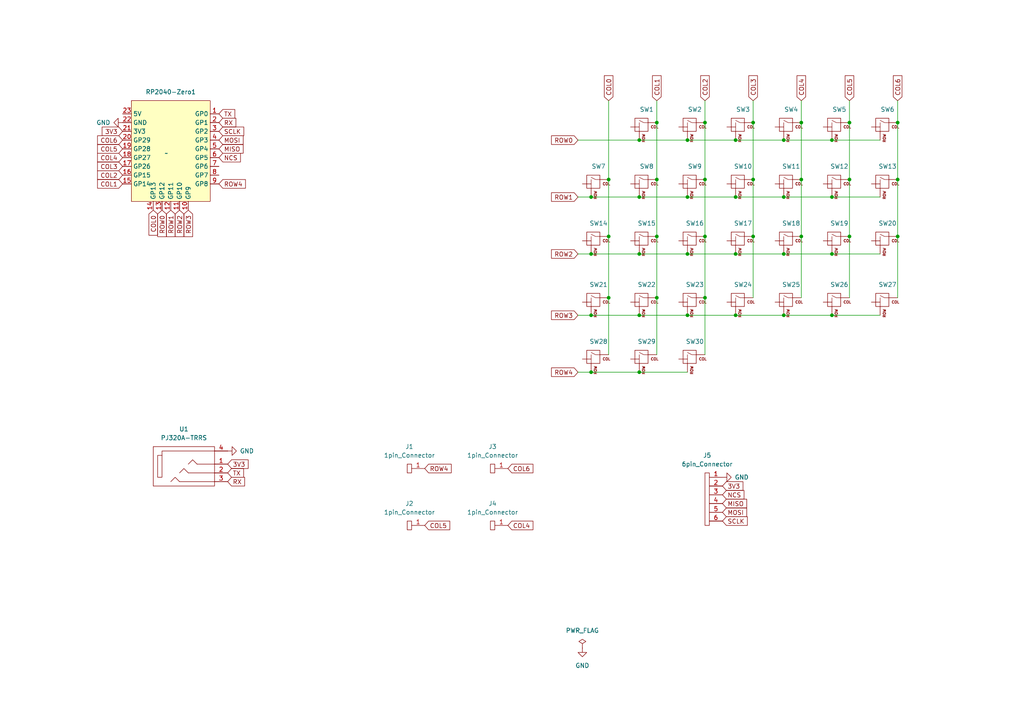
<source format=kicad_sch>
(kicad_sch (version 20230121) (generator eeschema)
  (paper "A4")
  (lib_symbols
    (symbol "horangi:1pin_Connector"
      (property "Reference" "J" (at 0 3.81 0))
      (property "Value" "1pin_Connector" (at 1.27 6.35 0))
      (symbol "1pin_Connector_0_1"
        (rectangle (start -3.81 1.27) (end -2.54 -1.27))
      )
      (symbol "1pin_Connector_1_1"
        (pin passive line (at 1.27 0 180) (length 3.81) (name "") (number "1"))
      )
    )
    (symbol "horangi:6pin_Connector"
      (property "Reference" "J" (at 0 8.89 0))
      (property "Value" "6pin_Connector" (at 1.27 11.43 0))
      (symbol "6pin_Connector_0_1"
        (rectangle (start -3.81 6.35) (end -2.54 -8.89))
      )
      (symbol "6pin_Connector_1_1"
        (pin passive line (at 1.27 5.08 180) (length 3.81) (name "") (number "1"))
        (pin passive line (at 1.27 2.54 180) (length 3.81) (name "") (number "2"))
        (pin passive line (at 1.27 0 180) (length 3.81) (name "") (number "3"))
        (pin passive line (at 1.27 -2.54 180) (length 3.81) (name "") (number "4"))
        (pin passive line (at 1.27 -5.08 180) (length 3.81) (name "") (number "5"))
        (pin passive line (at 1.27 -7.62 180) (length 3.81) (name "") (number "6"))
      )
    )
    (symbol "horangi:PJ320A-TRRS"
      (property "Reference" "U" (at 0 8.89 0))
      (property "Value" "PJ320A-TRRS" (at 0 6.35 0))
      (symbol "PJ320A-TRRS_0_1"
        (rectangle (start -6.35 2.54) (end -7.62 -3.81))
        (polyline (pts (xy 3.81 0) (xy 8.89 0)))
        (polyline (pts (xy -1.27 -5.08) (xy 8.89 -5.08) (xy 8.89 -5.08)))
        (polyline (pts (xy 1.27 -2.54) (xy 0 -1.27) (xy -1.27 -2.54)))
        (polyline (pts (xy 1.27 0) (xy 2.54 1.27) (xy 3.81 0)))
        (polyline (pts (xy 8.89 3.81) (xy -6.35 3.81) (xy -6.35 2.54)))
        (polyline (pts (xy -1.27 -5.08) (xy -2.54 -3.81) (xy -3.81 -5.08) (xy -3.81 -5.08)))
        (polyline (pts (xy 1.27 -2.54) (xy 8.89 -2.54) (xy 8.89 -2.54) (xy 8.89 -2.54)))
        (rectangle (start 8.89 -6.35) (end -8.89 5.08))
      )
      (symbol "PJ320A-TRRS_1_1"
        (pin passive line (at 12.7 0 180) (length 3.81) (name "~") (number "1"))
        (pin passive line (at 12.7 -2.54 180) (length 3.81) (name "~") (number "2"))
        (pin passive line (at 12.7 -5.08 180) (length 3.81) (name "~") (number "3"))
        (pin passive line (at 12.7 3.81 180) (length 3.81) (name "~") (number "4"))
      )
    )
    (symbol "horangi:RP2040-Zero"
      (property "Reference" "RP2040-Zero" (at 0 15.24 0))
      (symbol "RP2040-Zero_0_1"
        (rectangle (start -11.43 13.97) (end 11.43 -15.24) (fill (type background)))
      )
      (symbol "RP2040-Zero_1_1"
        (pin bidirectional line (at 13.97 10.16 180) (length 2.54) (name "GP0") (number "1"))
        (pin bidirectional line (at 5.08 -17.78 90) (length 2.54) (name "GP9") (number "10"))
        (pin bidirectional line (at 2.54 -17.78 90) (length 2.54) (name "GP10") (number "11"))
        (pin bidirectional line (at 0 -17.78 90) (length 2.54) (name "GP11") (number "12"))
        (pin bidirectional line (at -2.54 -17.78 90) (length 2.54) (name "GP12") (number "13"))
        (pin bidirectional line (at -5.08 -17.78 90) (length 2.54) (name "GP13") (number "14"))
        (pin bidirectional line (at -13.97 -10.16 0) (length 2.54) (name "GP14") (number "15"))
        (pin bidirectional line (at -13.97 -7.62 0) (length 2.54) (name "GP15") (number "16"))
        (pin bidirectional line (at -13.97 -5.08 0) (length 2.54) (name "GP26") (number "17"))
        (pin bidirectional line (at -13.97 -2.54 0) (length 2.54) (name "GP27") (number "18"))
        (pin bidirectional line (at -13.97 0 0) (length 2.54) (name "GP28") (number "19"))
        (pin bidirectional line (at 13.97 7.62 180) (length 2.54) (name "GP1") (number "2"))
        (pin bidirectional line (at -13.97 2.54 0) (length 2.54) (name "GP29") (number "20"))
        (pin power_in line (at -13.97 5.08 0) (length 2.54) (name "3V3") (number "21"))
        (pin power_in line (at -13.97 7.62 0) (length 2.54) (name "GND") (number "22"))
        (pin power_in line (at -13.97 10.16 0) (length 2.54) (name "5V") (number "23"))
        (pin bidirectional line (at 13.97 5.08 180) (length 2.54) (name "GP2") (number "3"))
        (pin bidirectional line (at 13.97 2.54 180) (length 2.54) (name "GP3") (number "4"))
        (pin bidirectional line (at 13.97 0 180) (length 2.54) (name "GP4") (number "5"))
        (pin bidirectional line (at 13.97 -2.54 180) (length 2.54) (name "GP5") (number "6"))
        (pin bidirectional line (at 13.97 -5.08 180) (length 2.54) (name "GP6") (number "7"))
        (pin bidirectional line (at 13.97 -7.62 180) (length 2.54) (name "GP7") (number "8"))
        (pin bidirectional line (at 13.97 -10.16 180) (length 2.54) (name "GP8") (number "9"))
      )
    )
    (symbol "horangi:Switch"
      (property "Reference" "SW" (at 0 3.81 0))
      (symbol "Switch_0_0"
        (rectangle (start -2.54 2.54) (end 1.27 -1.27))
        (polyline (pts (xy -1.27 -1.27) (xy -1.27 1.27)) (stroke (width 0.127)))
        (polyline (pts (xy 1.27 1.27) (xy 0 1.27) (xy -1.27 1.905)) (stroke (width 0.127)))
        (text "COL" (at 3.175 0 0) (effects (font (size 0.762 0.762))))
        (text "ROW" (at 0 -1.905 900) (effects (font (size 0.762 0.762)) (justify right)))
      )
      (symbol "Switch_1_1"
        (pin passive line (at 3.81 1.27 180) (length 2.54) (name "COL") (number "1"))
        (pin passive line (at -1.27 -3.81 90) (length 2.54) (name "ROW") (number "2"))
        (pin passive line (at -3.81 0 0) (length 2.54) (name "") (number "3"))
      )
    )
    (symbol "power:GND" (power) (pin_names (offset 0))
      (property "Value" "GND" (at 0 -3.81 0))
      (symbol "GND_0_1"
        (polyline (pts (xy 0 0) (xy 0 -1.27) (xy 1.27 -1.27) (xy 0 -2.54) (xy -1.27 -1.27) (xy 0 -1.27)))
      )
      (symbol "GND_1_1"
        (pin power_in line (at 0 0 270) (length 0) hide (name "GND") (number "1"))
      )
    )
    (symbol "power:PWR_FLAG" (power) (pin_numbers hide) (pin_names (offset 0) hide)
      (property "Value" "PWR_FLAG" (at 0 3.81 0))
      (symbol "PWR_FLAG_0_0"
        (pin power_out line (at 0 0 90) (length 0) (name "pwr") (number "1"))
      )
      (symbol "PWR_FLAG_0_1"
        (polyline (pts (xy 0 0) (xy 0 1.27) (xy -1.016 1.905) (xy 0 2.54) (xy 1.016 1.905) (xy 0 1.27)))
      )
    )
  )
  (junction (at 171.45 73.66))
  (junction (at 241.3 40.64))
  (junction (at 241.3 91.44))
  (junction (at 176.53 52.07))
  (junction (at 185.42 107.95))
  (junction (at 204.47 52.07))
  (junction (at 260.35 52.07))
  (junction (at 246.38 68.58))
  (junction (at 232.41 68.58))
  (junction (at 185.42 91.44))
  (junction (at 213.36 73.66))
  (junction (at 227.33 40.64))
  (junction (at 190.5 86.36))
  (junction (at 260.35 68.58))
  (junction (at 241.3 57.15))
  (junction (at 246.38 35.56))
  (junction (at 260.35 35.56))
  (junction (at 227.33 91.44))
  (junction (at 176.53 86.36))
  (junction (at 171.45 57.15))
  (junction (at 218.44 68.58))
  (junction (at 190.5 68.58))
  (junction (at 199.39 91.44))
  (junction (at 232.41 35.56))
  (junction (at 176.53 68.58))
  (junction (at 204.47 68.58))
  (junction (at 171.45 91.44))
  (junction (at 199.39 57.15))
  (junction (at 204.47 86.36))
  (junction (at 227.33 73.66))
  (junction (at 218.44 52.07))
  (junction (at 246.38 52.07))
  (junction (at 213.36 40.64))
  (junction (at 204.47 35.56))
  (junction (at 241.3 73.66))
  (junction (at 218.44 35.56))
  (junction (at 232.41 52.07))
  (junction (at 199.39 73.66))
  (junction (at 213.36 91.44))
  (junction (at 185.42 73.66))
  (junction (at 185.42 40.64))
  (junction (at 171.45 107.95))
  (junction (at 199.39 40.64))
  (junction (at 190.5 52.07))
  (junction (at 190.5 35.56))
  (junction (at 185.42 57.15))
  (junction (at 213.36 57.15))
  (junction (at 227.33 57.15))
  (wire (pts (xy 176.53 29.21) (xy 176.53 52.07)))
  (wire (pts (xy 204.47 68.58) (xy 204.47 86.36)))
  (wire (pts (xy 190.5 52.07) (xy 190.5 68.58)))
  (wire (pts (xy 213.36 91.44) (xy 227.33 91.44)))
  (wire (pts (xy 199.39 40.64) (xy 213.36 40.64)))
  (wire (pts (xy 260.35 52.07) (xy 260.35 35.56)))
  (wire (pts (xy 218.44 35.56) (xy 218.44 52.07)))
  (wire (pts (xy 260.35 68.58) (xy 260.35 52.07)))
  (wire (pts (xy 241.3 73.66) (xy 227.33 73.66)))
  (wire (pts (xy 218.44 52.07) (xy 218.44 68.58)))
  (wire (pts (xy 190.5 29.21) (xy 190.5 35.56)))
  (wire (pts (xy 185.42 73.66) (xy 199.39 73.66)))
  (wire (pts (xy 232.41 52.07) (xy 232.41 68.58)))
  (wire (pts (xy 260.35 68.58) (xy 260.35 86.36)))
  (wire (pts (xy 246.38 52.07) (xy 246.38 68.58)))
  (wire (pts (xy 232.41 29.21) (xy 232.41 35.56)))
  (wire (pts (xy 227.33 57.15) (xy 241.3 57.15)))
  (wire (pts (xy 218.44 29.21) (xy 218.44 35.56)))
  (wire (pts (xy 255.27 91.44) (xy 241.3 91.44)))
  (wire (pts (xy 227.33 40.64) (xy 241.3 40.64)))
  (wire (pts (xy 232.41 35.56) (xy 232.41 52.07)))
  (wire (pts (xy 167.64 91.44) (xy 171.45 91.44)))
  (wire (pts (xy 167.64 57.15) (xy 171.45 57.15)))
  (wire (pts (xy 241.3 91.44) (xy 227.33 91.44)))
  (wire (pts (xy 185.42 57.15) (xy 199.39 57.15)))
  (wire (pts (xy 171.45 57.15) (xy 185.42 57.15)))
  (wire (pts (xy 199.39 73.66) (xy 213.36 73.66)))
  (wire (pts (xy 185.42 40.64) (xy 199.39 40.64)))
  (wire (pts (xy 167.64 40.64) (xy 185.42 40.64)))
  (wire (pts (xy 232.41 86.36) (xy 232.41 68.58)))
  (wire (pts (xy 176.53 86.36) (xy 176.53 102.87)))
  (wire (pts (xy 213.36 40.64) (xy 227.33 40.64)))
  (wire (pts (xy 213.36 57.15) (xy 227.33 57.15)))
  (wire (pts (xy 176.53 52.07) (xy 176.53 68.58)))
  (wire (pts (xy 171.45 107.95) (xy 185.42 107.95)))
  (wire (pts (xy 190.5 35.56) (xy 190.5 52.07)))
  (wire (pts (xy 246.38 29.21) (xy 246.38 35.56)))
  (wire (pts (xy 204.47 29.21) (xy 204.47 35.56)))
  (wire (pts (xy 176.53 68.58) (xy 176.53 86.36)))
  (wire (pts (xy 260.35 29.21) (xy 260.35 35.56)))
  (wire (pts (xy 167.64 107.95) (xy 171.45 107.95)))
  (wire (pts (xy 218.44 68.58) (xy 218.44 86.36)))
  (wire (pts (xy 199.39 57.15) (xy 213.36 57.15)))
  (wire (pts (xy 190.5 102.87) (xy 190.5 86.36)))
  (wire (pts (xy 241.3 57.15) (xy 255.27 57.15)))
  (wire (pts (xy 213.36 73.66) (xy 227.33 73.66)))
  (wire (pts (xy 167.64 73.66) (xy 171.45 73.66)))
  (wire (pts (xy 199.39 91.44) (xy 213.36 91.44)))
  (wire (pts (xy 204.47 52.07) (xy 204.47 68.58)))
  (wire (pts (xy 246.38 68.58) (xy 246.38 86.36)))
  (wire (pts (xy 241.3 40.64) (xy 255.27 40.64)))
  (wire (pts (xy 246.38 35.56) (xy 246.38 52.07)))
  (wire (pts (xy 171.45 73.66) (xy 185.42 73.66)))
  (wire (pts (xy 185.42 91.44) (xy 199.39 91.44)))
  (wire (pts (xy 204.47 86.36) (xy 204.47 102.87)))
  (wire (pts (xy 190.5 68.58) (xy 190.5 86.36)))
  (wire (pts (xy 171.45 91.44) (xy 185.42 91.44)))
  (wire (pts (xy 185.42 107.95) (xy 199.39 107.95)))
  (wire (pts (xy 204.47 35.56) (xy 204.47 52.07)))
  (wire (pts (xy 255.27 73.66) (xy 241.3 73.66)))
  (global_label "COL5" (shape input) (at 246.38 29.21 90) (property "Intersheetrefs" "${INTERSHEET_REFS}" (effects hide)))
  (global_label "ROW4" (shape input) (at 167.64 107.95 180) (property "Intersheetrefs" "${INTERSHEET_REFS}" (effects hide)))
  (global_label "COL1" (shape input) (at 190.5 29.21 90) (property "Intersheetrefs" "${INTERSHEET_REFS}" (effects hide)))
  (global_label "MISO" (shape input) (at 209.55 146.05 0) (property "Intersheetrefs" "${INTERSHEET_REFS}" (effects hide)))
  (global_label "ROW3" (shape input) (at 54.61 60.96 270) (property "Intersheetrefs" "${INTERSHEET_REFS}" (effects hide)))
  (global_label "COL4" (shape input) (at 147.32 152.4 0) (property "Intersheetrefs" "${INTERSHEET_REFS}" (effects hide)))
  (global_label "SCLK" (shape input) (at 209.55 151.13 0) (property "Intersheetrefs" "${INTERSHEET_REFS}" (effects hide)))
  (global_label "COL2" (shape input) (at 204.47 29.21 90) (property "Intersheetrefs" "${INTERSHEET_REFS}" (effects hide)))
  (global_label "TX" (shape input) (at 66.04 137.16 0) (property "Intersheetrefs" "${INTERSHEET_REFS}" (effects hide)))
  (global_label "RX" (shape input) (at 63.5 35.56 0) (property "Intersheetrefs" "${INTERSHEET_REFS}" (effects hide)))
  (global_label "ROW4" (shape input) (at 63.5 53.34 0) (property "Intersheetrefs" "${INTERSHEET_REFS}" (effects hide)))
  (global_label "ROW1" (shape input) (at 167.64 57.15 180) (property "Intersheetrefs" "${INTERSHEET_REFS}" (effects hide)))
  (global_label "ROW3" (shape input) (at 167.64 91.44 180) (property "Intersheetrefs" "${INTERSHEET_REFS}" (effects hide)))
  (global_label "COL5" (shape input) (at 35.56 43.18 180) (property "Intersheetrefs" "${INTERSHEET_REFS}" (effects hide)))
  (global_label "3V3" (shape input) (at 35.56 38.1 180) (property "Intersheetrefs" "${INTERSHEET_REFS}" (effects hide)))
  (global_label "MOSI" (shape input) (at 63.5 40.64 0) (property "Intersheetrefs" "${INTERSHEET_REFS}" (effects hide)))
  (global_label "COL1" (shape input) (at 35.56 53.34 180) (property "Intersheetrefs" "${INTERSHEET_REFS}" (effects hide)))
  (global_label "NCS" (shape input) (at 63.5 45.72 0) (property "Intersheetrefs" "${INTERSHEET_REFS}" (effects hide)))
  (global_label "ROW4" (shape input) (at 123.19 135.89 0) (property "Intersheetrefs" "${INTERSHEET_REFS}" (effects hide)))
  (global_label "COL4" (shape input) (at 35.56 45.72 180) (property "Intersheetrefs" "${INTERSHEET_REFS}" (effects hide)))
  (global_label "MOSI" (shape input) (at 209.55 148.59 0) (property "Intersheetrefs" "${INTERSHEET_REFS}" (effects hide)))
  (global_label "TX" (shape input) (at 63.5 33.02 0) (property "Intersheetrefs" "${INTERSHEET_REFS}" (effects hide)))
  (global_label "ROW0" (shape input) (at 167.64 40.64 180) (property "Intersheetrefs" "${INTERSHEET_REFS}" (effects hide)))
  (global_label "COL6" (shape input) (at 35.56 40.64 180) (property "Intersheetrefs" "${INTERSHEET_REFS}" (effects hide)))
  (global_label "3V3" (shape input) (at 66.04 134.62 0) (property "Intersheetrefs" "${INTERSHEET_REFS}" (effects hide)))
  (global_label "COL4" (shape input) (at 232.41 29.21 90) (property "Intersheetrefs" "${INTERSHEET_REFS}" (effects hide)))
  (global_label "COL5" (shape input) (at 123.19 152.4 0) (property "Intersheetrefs" "${INTERSHEET_REFS}" (effects hide)))
  (global_label "COL0" (shape input) (at 44.45 60.96 270) (property "Intersheetrefs" "${INTERSHEET_REFS}" (effects hide)))
  (global_label "RX" (shape input) (at 66.04 139.7 0) (property "Intersheetrefs" "${INTERSHEET_REFS}" (effects hide)))
  (global_label "3V3" (shape input) (at 209.55 140.97 0) (property "Intersheetrefs" "${INTERSHEET_REFS}" (effects hide)))
  (global_label "MISO" (shape input) (at 63.5 43.18 0) (property "Intersheetrefs" "${INTERSHEET_REFS}" (effects hide)))
  (global_label "COL3" (shape input) (at 218.44 29.21 90) (property "Intersheetrefs" "${INTERSHEET_REFS}" (effects hide)))
  (global_label "ROW1" (shape input) (at 49.53 60.96 270) (property "Intersheetrefs" "${INTERSHEET_REFS}" (effects hide)))
  (global_label "COL6" (shape input) (at 260.35 29.21 90) (property "Intersheetrefs" "${INTERSHEET_REFS}" (effects hide)))
  (global_label "COL0" (shape input) (at 176.53 29.21 90) (property "Intersheetrefs" "${INTERSHEET_REFS}" (effects hide)))
  (global_label "NCS" (shape input) (at 209.55 143.51 0) (property "Intersheetrefs" "${INTERSHEET_REFS}" (effects hide)))
  (global_label "COL2" (shape input) (at 35.56 50.8 180) (property "Intersheetrefs" "${INTERSHEET_REFS}" (effects hide)))
  (global_label "SCLK" (shape input) (at 63.5 38.1 0) (property "Intersheetrefs" "${INTERSHEET_REFS}" (effects hide)))
  (global_label "ROW2" (shape input) (at 52.07 60.96 270) (property "Intersheetrefs" "${INTERSHEET_REFS}" (effects hide)))
  (global_label "ROW0" (shape input) (at 46.99 60.96 270) (property "Intersheetrefs" "${INTERSHEET_REFS}" (effects hide)))
  (global_label "ROW2" (shape input) (at 167.64 73.66 180) (property "Intersheetrefs" "${INTERSHEET_REFS}" (effects hide)))
  (global_label "COL3" (shape input) (at 35.56 48.26 180) (property "Intersheetrefs" "${INTERSHEET_REFS}" (effects hide)))
  (global_label "COL6" (shape input) (at 147.32 135.89 0) (property "Intersheetrefs" "${INTERSHEET_REFS}" (effects hide)))
  (symbol (lib_id "horangi:Switch") (at 214.63 36.83 0) (unit 1)
    (property "Reference" "SW3" (at 215.5156 31.75 0))
    (property "Value" "Switch" (effects hide))
    (property "Footprint" "footprints:ks33-hotswap-diode-smd_1u" (effects hide))
  )
  (symbol (lib_id "horangi:Switch") (at 200.66 69.85 0) (unit 1)
    (property "Reference" "SW16" (at 201.5456 64.77 0))
    (property "Value" "Switch" (effects hide))
    (property "Footprint" "footprints:ks33-hotswap-diode-smd_1u" (effects hide))
  )
  (symbol (lib_id "horangi:RP2040-Zero") (at 49.53 43.18 0) (unit 1)
    (property "Reference" "RP2040-Zero1" (at 49.53 26.67 0))
    (property "Value" "~" (at 48.26 44.45 0))
    (property "Footprint" "footprints:RP2040-Zero" (effects hide))
  )
  (symbol (lib_id "power:PWR_FLAG") (at 168.91 187.96 0) (unit 1)
    (property "Reference" "#FLG01" (effects hide))
    (property "Value" "PWR_FLAG" (at 168.91 182.88 0))
  )
  (symbol (lib_id "horangi:Switch") (at 186.69 104.14 0) (unit 1)
    (property "Reference" "SW29" (at 187.5756 99.06 0))
    (property "Value" "Switch" (effects hide))
    (property "Footprint" "footprints:ks33-hotswap-diode-smd_1u" (effects hide))
  )
  (symbol (lib_id "horangi:Switch") (at 242.57 53.34 0) (unit 1)
    (property "Reference" "SW12" (at 243.4556 48.26 0))
    (property "Value" "Switch" (effects hide))
    (property "Footprint" "footprints:ks33-hotswap-diode-smd_1u" (effects hide))
  )
  (symbol (lib_id "horangi:1pin_Connector") (at 121.92 152.4 0) (unit 1)
    (property "Reference" "J2" (at 118.745 146.05 0))
    (property "Value" "1pin_Connector" (at 118.745 148.59 0))
    (property "Footprint" "footprints:1pin_connector" (effects hide))
  )
  (symbol (lib_id "horangi:Switch") (at 228.6 53.34 0) (unit 1)
    (property "Reference" "SW11" (at 229.4856 48.26 0))
    (property "Value" "Switch" (effects hide))
    (property "Footprint" "footprints:ks33-hotswap-diode-smd_1u" (effects hide))
  )
  (symbol (lib_id "horangi:Switch") (at 186.69 87.63 0) (unit 1)
    (property "Reference" "SW22" (at 187.5756 82.55 0))
    (property "Value" "Switch" (effects hide))
    (property "Footprint" "footprints:ks33-hotswap-diode-smd_1u" (effects hide))
  )
  (symbol (lib_id "horangi:Switch") (at 228.6 87.63 0) (unit 1)
    (property "Reference" "SW25" (at 229.4856 82.55 0))
    (property "Value" "Switch" (effects hide))
    (property "Footprint" "footprints:ks33-hotswap-diode-smd_1u" (effects hide))
  )
  (symbol (lib_id "horangi:Switch") (at 242.57 69.85 0) (unit 1)
    (property "Reference" "SW19" (at 243.4556 64.77 0))
    (property "Value" "Switch" (effects hide))
    (property "Footprint" "footprints:ks33-hotswap-diode-smd_1u" (effects hide))
  )
  (symbol (lib_id "power:GND") (at 168.91 187.96 0) (unit 1)
    (property "Reference" "#PWR02" (effects hide))
    (property "Value" "GND" (at 168.91 193.04 0))
  )
  (symbol (lib_id "horangi:Switch") (at 242.57 36.83 0) (unit 1)
    (property "Reference" "SW5" (at 243.4556 31.75 0))
    (property "Value" "Switch" (effects hide))
    (property "Footprint" "footprints:ks33-hotswap-diode-smd_1u" (effects hide))
  )
  (symbol (lib_id "horangi:Switch") (at 214.63 87.63 0) (unit 1)
    (property "Reference" "SW24" (at 215.5156 82.55 0))
    (property "Value" "Switch" (effects hide))
    (property "Footprint" "footprints:ks33-hotswap-diode-smd_1u" (effects hide))
  )
  (symbol (lib_id "horangi:Switch") (at 228.6 69.85 0) (unit 1)
    (property "Reference" "SW18" (at 229.4856 64.77 0))
    (property "Value" "Switch" (effects hide))
    (property "Footprint" "footprints:ks33-hotswap-diode-smd_1u" (effects hide))
  )
  (symbol (lib_id "horangi:Switch") (at 200.66 104.14 0) (unit 1)
    (property "Reference" "SW30" (at 201.5456 99.06 0))
    (property "Value" "Switch" (effects hide))
    (property "Footprint" "footprints:ks33-hotswap-diode-smd_1u" (effects hide))
  )
  (symbol (lib_id "horangi:Switch") (at 256.54 36.83 0) (unit 1)
    (property "Reference" "SW6" (at 257.4256 31.75 0))
    (property "Value" "Switch" (effects hide))
    (property "Footprint" "footprints:ks33-hotswap-diode-smd_1u" (effects hide))
  )
  (symbol (lib_id "power:GND") (at 209.55 138.43 90) (unit 1)
    (property "Reference" "#PWR04" (effects hide))
    (property "Value" "GND" (at 217.17 138.43 90) (effects (justify left)))
  )
  (symbol (lib_id "power:GND") (at 35.56 35.56 270) (unit 1)
    (property "Reference" "#PWR01" (effects hide))
    (property "Value" "GND" (at 27.94 35.56 90) (effects (justify left)))
  )
  (symbol (lib_id "horangi:PJ320A-TRRS") (at 53.34 134.62 0) (unit 1)
    (property "Reference" "U1" (at 53.34 124.46 0))
    (property "Value" "PJ320A-TRRS" (at 53.34 127 0))
    (property "Footprint" "footprints:PJ320A-TRRS_reversable" (effects hide))
  )
  (symbol (lib_id "horangi:Switch") (at 256.54 53.34 0) (unit 1)
    (property "Reference" "SW13" (at 257.4256 48.26 0))
    (property "Value" "Switch" (effects hide))
    (property "Footprint" "footprints:ks33-hotswap-diode-smd_1u" (effects hide))
  )
  (symbol (lib_id "horangi:Switch") (at 172.72 53.34 0) (unit 1)
    (property "Reference" "SW7" (at 173.6056 48.26 0))
    (property "Value" "Switch" (effects hide))
    (property "Footprint" "footprints:ks33-hotswap-diode-smd_1u" (effects hide))
  )
  (symbol (lib_id "horangi:6pin_Connector") (at 208.28 143.51 0) (unit 1)
    (property "Reference" "J5" (at 205.105 132.08 0))
    (property "Value" "6pin_Connector" (at 205.105 134.62 0))
    (property "Footprint" "footprints:6pin_connector" (effects hide))
  )
  (symbol (lib_id "horangi:Switch") (at 186.69 53.34 0) (unit 1)
    (property "Reference" "SW8" (at 187.5756 48.26 0))
    (property "Value" "Switch" (effects hide))
    (property "Footprint" "footprints:ks33-hotswap-diode-smd_1u" (effects hide))
  )
  (symbol (lib_id "horangi:Switch") (at 242.57 87.63 0) (unit 1)
    (property "Reference" "SW26" (at 243.4556 82.55 0))
    (property "Value" "Switch" (effects hide))
    (property "Footprint" "footprints:ks33-hotswap-diode-smd_1u" (effects hide))
  )
  (symbol (lib_id "horangi:Switch") (at 256.54 69.85 0) (unit 1)
    (property "Reference" "SW20" (at 257.4256 64.77 0))
    (property "Value" "Switch" (effects hide))
    (property "Footprint" "footprints:ks33-hotswap-diode-smd_1u" (effects hide))
  )
  (symbol (lib_id "horangi:1pin_Connector") (at 146.05 152.4 0) (unit 1)
    (property "Reference" "J4" (at 142.875 146.05 0))
    (property "Value" "1pin_Connector" (at 142.875 148.59 0))
    (property "Footprint" "footprints:1pin_connector" (effects hide))
  )
  (symbol (lib_id "horangi:Switch") (at 200.66 53.34 0) (unit 1)
    (property "Reference" "SW9" (at 201.5456 48.26 0))
    (property "Value" "Switch" (effects hide))
    (property "Footprint" "footprints:ks33-hotswap-diode-smd_1u" (effects hide))
  )
  (symbol (lib_id "horangi:Switch") (at 214.63 69.85 0) (unit 1)
    (property "Reference" "SW17" (at 215.5156 64.77 0))
    (property "Value" "Switch" (effects hide))
    (property "Footprint" "footprints:ks33-hotswap-diode-smd_1u" (effects hide))
  )
  (symbol (lib_id "horangi:1pin_Connector") (at 146.05 135.89 0) (unit 1)
    (property "Reference" "J3" (at 142.875 129.54 0))
    (property "Value" "1pin_Connector" (at 142.875 132.08 0))
    (property "Footprint" "footprints:1pin_connector" (effects hide))
  )
  (symbol (lib_id "horangi:Switch") (at 200.66 36.83 0) (unit 1)
    (property "Reference" "SW2" (at 201.5456 31.75 0))
    (property "Value" "Switch" (effects hide))
    (property "Footprint" "footprints:ks33-hotswap-diode-smd_1u" (effects hide))
  )
  (symbol (lib_id "power:GND") (at 66.04 130.81 90) (unit 1)
    (property "Reference" "#PWR03" (effects hide))
    (property "Value" "GND" (at 73.66 130.81 90) (effects (justify left)))
  )
  (symbol (lib_id "horangi:Switch") (at 172.72 87.63 0) (unit 1)
    (property "Reference" "SW21" (at 173.6056 82.55 0))
    (property "Value" "Switch" (effects hide))
    (property "Footprint" "footprints:ks33-hotswap-diode-smd_1u" (effects hide))
  )
  (symbol (lib_id "horangi:Switch") (at 186.69 69.85 0) (unit 1)
    (property "Reference" "SW15" (at 187.5756 64.77 0))
    (property "Value" "Switch" (effects hide))
    (property "Footprint" "footprints:ks33-hotswap-diode-smd_1u" (effects hide))
  )
  (symbol (lib_id "horangi:Switch") (at 214.63 53.34 0) (unit 1)
    (property "Reference" "SW10" (at 215.5156 48.26 0))
    (property "Value" "Switch" (effects hide))
    (property "Footprint" "footprints:ks33-hotswap-diode-smd_1u" (effects hide))
  )
  (symbol (lib_id "horangi:Switch") (at 200.66 87.63 0) (unit 1)
    (property "Reference" "SW23" (at 201.5456 82.55 0))
    (property "Value" "Switch" (effects hide))
    (property "Footprint" "footprints:ks33-hotswap-diode-smd_1u" (effects hide))
  )
  (symbol (lib_id "horangi:Switch") (at 186.69 36.83 0) (unit 1)
    (property "Reference" "SW1" (at 187.5756 31.75 0))
    (property "Value" "Switch" (effects hide))
    (property "Footprint" "footprints:ks33-hotswap-diode-smd_1u" (effects hide))
  )
  (symbol (lib_id "horangi:Switch") (at 228.6 36.83 0) (unit 1)
    (property "Reference" "SW4" (at 229.4856 31.75 0))
    (property "Value" "Switch" (effects hide))
    (property "Footprint" "footprints:ks33-hotswap-diode-smd_1u" (effects hide))
  )
  (symbol (lib_id "horangi:Switch") (at 256.54 87.63 0) (unit 1)
    (property "Reference" "SW27" (at 257.4256 82.55 0))
    (property "Value" "Switch" (effects hide))
    (property "Footprint" "footprints:ks33-hotswap-diode-smd_1u" (effects hide))
  )
  (symbol (lib_id "horangi:Switch") (at 172.72 69.85 0) (unit 1)
    (property "Reference" "SW14" (at 173.6056 64.77 0))
    (property "Value" "Switch" (effects hide))
    (property "Footprint" "footprints:ks33-hotswap-diode-smd_1u" (effects hide))
  )
  (symbol (lib_id "horangi:1pin_Connector") (at 121.92 135.89 0) (unit 1)
    (property "Reference" "J1" (at 118.745 129.54 0))
    (property "Value" "1pin_Connector" (at 118.745 132.08 0))
    (property "Footprint" "footprints:1pin_connector" (effects hide))
  )
  (symbol (lib_id "horangi:Switch") (at 172.72 104.14 0) (unit 1)
    (property "Reference" "SW28" (at 173.6056 99.06 0))
    (property "Value" "Switch" (effects hide))
    (property "Footprint" "footprints:ks33-hotswap-diode-smd_1u" (effects hide))
  )
)
</source>
